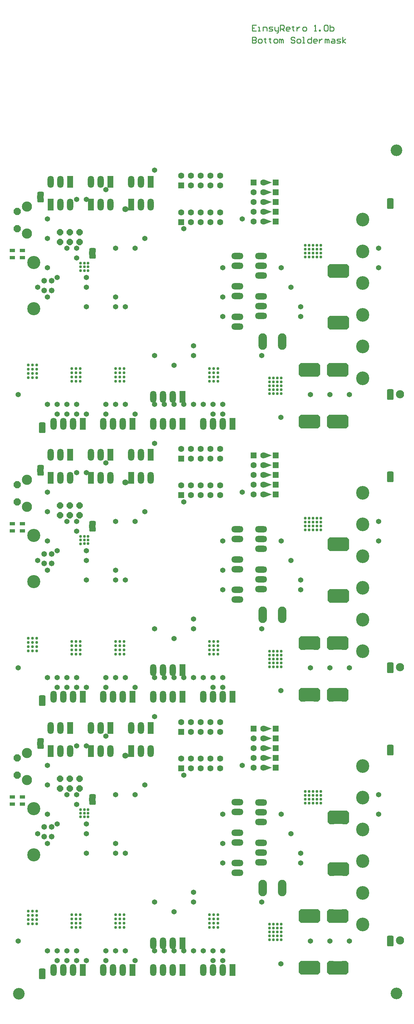
<source format=gbs>
G04 Layer_Color=16711935*
%FSLAX24Y24*%
%MOIN*%
G70*
G01*
G75*
%ADD12C,0.0100*%
%ADD121C,0.0300*%
%ADD137C,0.0840*%
%ADD215C,0.0631*%
G04:AMPARAMS|DCode=218|XSize=118.7mil|YSize=118.7mil|CornerRadius=59.4mil|HoleSize=0mil|Usage=FLASHONLY|Rotation=90.000|XOffset=0mil|YOffset=0mil|HoleType=Round|Shape=RoundedRectangle|*
%AMROUNDEDRECTD218*
21,1,0.1187,0.0000,0,0,90.0*
21,1,0.0000,0.1187,0,0,90.0*
1,1,0.1187,0.0000,0.0000*
1,1,0.1187,0.0000,0.0000*
1,1,0.1187,0.0000,0.0000*
1,1,0.1187,0.0000,0.0000*
%
%ADD218ROUNDEDRECTD218*%
G04:AMPARAMS|DCode=234|XSize=54mil|YSize=54mil|CornerRadius=27mil|HoleSize=0mil|Usage=FLASHONLY|Rotation=270.000|XOffset=0mil|YOffset=0mil|HoleType=Round|Shape=RoundedRectangle|*
%AMROUNDEDRECTD234*
21,1,0.0540,0.0000,0,0,270.0*
21,1,0.0000,0.0540,0,0,270.0*
1,1,0.0540,0.0000,0.0000*
1,1,0.0540,0.0000,0.0000*
1,1,0.0540,0.0000,0.0000*
1,1,0.0540,0.0000,0.0000*
%
%ADD234ROUNDEDRECTD234*%
%ADD268R,0.0640X0.1240*%
%ADD269O,0.0640X0.1240*%
G04:AMPARAMS|DCode=270|XSize=137mil|YSize=87mil|CornerRadius=0mil|HoleSize=0mil|Usage=FLASHONLY|Rotation=270.000|XOffset=0mil|YOffset=0mil|HoleType=Round|Shape=Octagon|*
%AMOCTAGOND270*
4,1,8,-0.0217,-0.0685,0.0217,-0.0685,0.0435,-0.0467,0.0435,0.0467,0.0217,0.0685,-0.0217,0.0685,-0.0435,0.0467,-0.0435,-0.0467,-0.0217,-0.0685,0.0*
%
%ADD270OCTAGOND270*%

%ADD271O,0.1240X0.0640*%
%ADD272P,0.0801X8X292.5*%
%ADD273C,0.1040*%
%ADD274C,0.0580*%
%ADD275C,0.1345*%
%ADD276P,0.0714X8X22.5*%
%ADD277O,0.0865X0.1690*%
%ADD278R,0.0631X0.0631*%
%ADD279C,0.0631*%
%ADD280O,0.1340X0.1400*%
%ADD281R,0.0631X0.0631*%
%ADD282R,0.0704X0.0354*%
G04:AMPARAMS|DCode=283|XSize=50mil|YSize=67mil|CornerRadius=13.5mil|HoleSize=0mil|Usage=FLASHONLY|Rotation=270.000|XOffset=0mil|YOffset=0mil|HoleType=Round|Shape=RoundedRectangle|*
%AMROUNDEDRECTD283*
21,1,0.0500,0.0400,0,0,270.0*
21,1,0.0230,0.0670,0,0,270.0*
1,1,0.0270,-0.0200,-0.0115*
1,1,0.0270,-0.0200,0.0115*
1,1,0.0270,0.0200,0.0115*
1,1,0.0270,0.0200,-0.0115*
%
%ADD283ROUNDEDRECTD283*%
G04:AMPARAMS|DCode=284|XSize=54mil|YSize=54mil|CornerRadius=27mil|HoleSize=0mil|Usage=FLASHONLY|Rotation=0.000|XOffset=0mil|YOffset=0mil|HoleType=Round|Shape=RoundedRectangle|*
%AMROUNDEDRECTD284*
21,1,0.0540,0.0000,0,0,0.0*
21,1,0.0000,0.0540,0,0,0.0*
1,1,0.0540,0.0000,0.0000*
1,1,0.0540,0.0000,0.0000*
1,1,0.0540,0.0000,0.0000*
1,1,0.0540,0.0000,0.0000*
%
%ADD284ROUNDEDRECTD284*%
%ADD285R,0.0532X0.0375*%
G04:AMPARAMS|DCode=286|XSize=62mil|YSize=62mil|CornerRadius=31mil|HoleSize=0mil|Usage=FLASHONLY|Rotation=270.000|XOffset=0mil|YOffset=0mil|HoleType=Round|Shape=RoundedRectangle|*
%AMROUNDEDRECTD286*
21,1,0.0620,0.0000,0,0,270.0*
21,1,0.0000,0.0620,0,0,270.0*
1,1,0.0620,0.0000,0.0000*
1,1,0.0620,0.0000,0.0000*
1,1,0.0620,0.0000,0.0000*
1,1,0.0620,0.0000,0.0000*
%
%ADD286ROUNDEDRECTD286*%
%ADD287R,0.0631X0.0631*%
G36*
X29756Y84441D02*
X28966Y84141D01*
X29086Y84261D01*
Y84621D01*
X28966Y84741D01*
X29756Y84441D01*
D02*
G37*
G36*
Y83441D02*
X28966Y83141D01*
X29086Y83261D01*
Y83621D01*
X28966Y83741D01*
X29756Y83441D01*
D02*
G37*
G36*
Y82441D02*
X28966Y82141D01*
X29086Y82261D01*
Y82621D01*
X28966Y82741D01*
X29756Y82441D01*
D02*
G37*
G36*
Y81441D02*
X28966Y81141D01*
X29086Y81261D01*
Y81621D01*
X28966Y81741D01*
X29756Y81441D01*
D02*
G37*
G36*
Y80441D02*
X28966Y80141D01*
X29086Y80261D01*
Y80621D01*
X28966Y80741D01*
X29756Y80441D01*
D02*
G37*
G36*
X37020Y74670D02*
X36110D01*
Y76060D01*
X37020D01*
Y74670D01*
D02*
G37*
G36*
Y69370D02*
X36110D01*
Y70760D01*
X37020D01*
Y69370D01*
D02*
G37*
G36*
X34069Y64544D02*
X33159D01*
Y65934D01*
X34069D01*
Y64544D01*
D02*
G37*
G36*
X36970Y64540D02*
X36060D01*
Y65930D01*
X36970D01*
Y64540D01*
D02*
G37*
G36*
X34069Y59244D02*
X33159D01*
Y60634D01*
X34069D01*
Y59244D01*
D02*
G37*
G36*
X36970Y59240D02*
X36060D01*
Y60630D01*
X36970D01*
Y59240D01*
D02*
G37*
G36*
X29756Y56449D02*
X28966Y56149D01*
X29086Y56269D01*
Y56629D01*
X28966Y56749D01*
X29756Y56449D01*
D02*
G37*
G36*
Y55449D02*
X28966Y55149D01*
X29086Y55269D01*
Y55629D01*
X28966Y55749D01*
X29756Y55449D01*
D02*
G37*
G36*
Y54449D02*
X28966Y54149D01*
X29086Y54269D01*
Y54629D01*
X28966Y54749D01*
X29756Y54449D01*
D02*
G37*
G36*
Y53449D02*
X28966Y53149D01*
X29086Y53269D01*
Y53629D01*
X28966Y53749D01*
X29756Y53449D01*
D02*
G37*
G36*
Y52449D02*
X28966Y52149D01*
X29086Y52269D01*
Y52629D01*
X28966Y52749D01*
X29756Y52449D01*
D02*
G37*
G36*
X37020Y46678D02*
X36110D01*
Y48068D01*
X37020D01*
Y46678D01*
D02*
G37*
G36*
Y41378D02*
X36110D01*
Y42768D01*
X37020D01*
Y41378D01*
D02*
G37*
G36*
X34069Y36551D02*
X33159D01*
Y37942D01*
X34069D01*
Y36551D01*
D02*
G37*
G36*
X36970Y36548D02*
X36060D01*
Y37938D01*
X36970D01*
Y36548D01*
D02*
G37*
G36*
X34069Y31251D02*
X33159D01*
Y32641D01*
X34069D01*
Y31251D01*
D02*
G37*
G36*
X36970Y31248D02*
X36060D01*
Y32638D01*
X36970D01*
Y31248D01*
D02*
G37*
G36*
X29756Y28456D02*
X28966Y28156D01*
X29086Y28276D01*
Y28636D01*
X28966Y28756D01*
X29756Y28456D01*
D02*
G37*
G36*
Y27456D02*
X28966Y27156D01*
X29086Y27276D01*
Y27636D01*
X28966Y27756D01*
X29756Y27456D01*
D02*
G37*
G36*
Y26456D02*
X28966Y26156D01*
X29086Y26276D01*
Y26636D01*
X28966Y26756D01*
X29756Y26456D01*
D02*
G37*
G36*
Y25456D02*
X28966Y25156D01*
X29086Y25276D01*
Y25636D01*
X28966Y25756D01*
X29756Y25456D01*
D02*
G37*
G36*
Y24456D02*
X28966Y24156D01*
X29086Y24276D01*
Y24636D01*
X28966Y24756D01*
X29756Y24456D01*
D02*
G37*
G36*
X37020Y18685D02*
X36110D01*
Y20075D01*
X37020D01*
Y18685D01*
D02*
G37*
G36*
Y13385D02*
X36110D01*
Y14775D01*
X37020D01*
Y13385D01*
D02*
G37*
G36*
X34069Y8559D02*
X33159D01*
Y9949D01*
X34069D01*
Y8559D01*
D02*
G37*
G36*
X36970Y8555D02*
X36060D01*
Y9945D01*
X36970D01*
Y8555D01*
D02*
G37*
G36*
X34069Y3259D02*
X33159D01*
Y4649D01*
X34069D01*
Y3259D01*
D02*
G37*
G36*
X36970Y3255D02*
X36060D01*
Y4645D01*
X36970D01*
Y3255D01*
D02*
G37*
G54D12*
X28128Y100578D02*
X27728D01*
Y99978D01*
X28128D01*
X27728Y100278D02*
X27928D01*
X28328Y99978D02*
X28528D01*
X28428D01*
Y100378D01*
X28328D01*
X28828Y99978D02*
Y100378D01*
X29128D01*
X29228Y100278D01*
Y99978D01*
X29428D02*
X29728D01*
X29828Y100078D01*
X29728Y100178D01*
X29528D01*
X29428Y100278D01*
X29528Y100378D01*
X29828D01*
X30028D02*
Y100078D01*
X30128Y99978D01*
X30427D01*
Y99878D01*
X30328Y99778D01*
X30228D01*
X30427Y99978D02*
Y100378D01*
X30627Y99978D02*
Y100578D01*
X30927D01*
X31027Y100478D01*
Y100278D01*
X30927Y100178D01*
X30627D01*
X30827D02*
X31027Y99978D01*
X31527D02*
X31327D01*
X31227Y100078D01*
Y100278D01*
X31327Y100378D01*
X31527D01*
X31627Y100278D01*
Y100178D01*
X31227D01*
X31927Y100478D02*
Y100378D01*
X31827D01*
X32027D01*
X31927D01*
Y100078D01*
X32027Y99978D01*
X32327Y100378D02*
Y99978D01*
Y100178D01*
X32427Y100278D01*
X32527Y100378D01*
X32627D01*
X33027Y99978D02*
X33227D01*
X33327Y100078D01*
Y100278D01*
X33227Y100378D01*
X33027D01*
X32927Y100278D01*
Y100078D01*
X33027Y99978D01*
X34126D02*
X34326D01*
X34226D01*
Y100578D01*
X34126Y100478D01*
X34626Y99978D02*
Y100078D01*
X34726D01*
Y99978D01*
X34626D01*
X35126Y100478D02*
X35226Y100578D01*
X35426D01*
X35526Y100478D01*
Y100078D01*
X35426Y99978D01*
X35226D01*
X35126Y100078D01*
Y100478D01*
X35726Y100578D02*
Y99978D01*
X36026D01*
X36126Y100078D01*
Y100178D01*
Y100278D01*
X36026Y100378D01*
X35726D01*
X27728Y99328D02*
Y98728D01*
X28028D01*
X28128Y98828D01*
Y98928D01*
X28028Y99028D01*
X27728D01*
X28028D01*
X28128Y99128D01*
Y99228D01*
X28028Y99328D01*
X27728D01*
X28428Y98728D02*
X28628D01*
X28728Y98828D01*
Y99028D01*
X28628Y99128D01*
X28428D01*
X28328Y99028D01*
Y98828D01*
X28428Y98728D01*
X29028Y99228D02*
Y99128D01*
X28928D01*
X29128D01*
X29028D01*
Y98828D01*
X29128Y98728D01*
X29528Y99228D02*
Y99128D01*
X29428D01*
X29628D01*
X29528D01*
Y98828D01*
X29628Y98728D01*
X30028D02*
X30228D01*
X30328Y98828D01*
Y99028D01*
X30228Y99128D01*
X30028D01*
X29928Y99028D01*
Y98828D01*
X30028Y98728D01*
X30527D02*
Y99128D01*
X30627D01*
X30727Y99028D01*
Y98728D01*
Y99028D01*
X30827Y99128D01*
X30927Y99028D01*
Y98728D01*
X32127Y99228D02*
X32027Y99328D01*
X31827D01*
X31727Y99228D01*
Y99128D01*
X31827Y99028D01*
X32027D01*
X32127Y98928D01*
Y98828D01*
X32027Y98728D01*
X31827D01*
X31727Y98828D01*
X32427Y98728D02*
X32627D01*
X32727Y98828D01*
Y99028D01*
X32627Y99128D01*
X32427D01*
X32327Y99028D01*
Y98828D01*
X32427Y98728D01*
X32927D02*
X33127D01*
X33027D01*
Y99328D01*
X32927D01*
X33826D02*
Y98728D01*
X33526D01*
X33426Y98828D01*
Y99028D01*
X33526Y99128D01*
X33826D01*
X34326Y98728D02*
X34126D01*
X34026Y98828D01*
Y99028D01*
X34126Y99128D01*
X34326D01*
X34426Y99028D01*
Y98928D01*
X34026D01*
X34626Y99128D02*
Y98728D01*
Y98928D01*
X34726Y99028D01*
X34826Y99128D01*
X34926D01*
X35226Y98728D02*
Y99128D01*
X35326D01*
X35426Y99028D01*
Y98728D01*
Y99028D01*
X35526Y99128D01*
X35626Y99028D01*
Y98728D01*
X35926Y99128D02*
X36126D01*
X36226Y99028D01*
Y98728D01*
X35926D01*
X35826Y98828D01*
X35926Y98928D01*
X36226D01*
X36426Y98728D02*
X36725D01*
X36825Y98828D01*
X36725Y98928D01*
X36525D01*
X36426Y99028D01*
X36525Y99128D01*
X36825D01*
X37025Y98728D02*
Y99328D01*
Y98928D02*
X37325Y99128D01*
X37025Y98928D02*
X37325Y98728D01*
G54D121*
X23356Y9390D02*
D03*
X24222Y8090D02*
D03*
X23789D02*
D03*
X23356D02*
D03*
X24222Y8523D02*
D03*
X23789D02*
D03*
X23356D02*
D03*
X24222Y8956D02*
D03*
X23789D02*
D03*
X23356D02*
D03*
X24222Y9390D02*
D03*
X23789D02*
D03*
X14149D02*
D03*
X14582D02*
D03*
X13716Y8956D02*
D03*
X14149D02*
D03*
X14582D02*
D03*
X13716Y8523D02*
D03*
X14149D02*
D03*
X14582D02*
D03*
X13716Y8090D02*
D03*
X14149D02*
D03*
X14582D02*
D03*
X13716Y9390D02*
D03*
X9216D02*
D03*
X10082Y8090D02*
D03*
X9649D02*
D03*
X9216D02*
D03*
X10082Y8523D02*
D03*
X9649D02*
D03*
X9216D02*
D03*
X10082Y8956D02*
D03*
X9649D02*
D03*
X9216D02*
D03*
X10082Y9390D02*
D03*
X9649D02*
D03*
X5176Y9750D02*
D03*
X5609D02*
D03*
X4743Y9316D02*
D03*
X5176D02*
D03*
X5609D02*
D03*
X4743Y8883D02*
D03*
X5176D02*
D03*
X5609D02*
D03*
X4743Y8450D02*
D03*
X5176D02*
D03*
X5609D02*
D03*
X4743Y9750D02*
D03*
X30707Y8016D02*
D03*
Y8416D02*
D03*
X30307D02*
D03*
Y8016D02*
D03*
X29907D02*
D03*
Y8416D02*
D03*
X29507D02*
D03*
Y8016D02*
D03*
Y7216D02*
D03*
Y6816D02*
D03*
X29907D02*
D03*
Y7216D02*
D03*
X30307D02*
D03*
Y6816D02*
D03*
X30707D02*
D03*
Y7216D02*
D03*
Y7616D02*
D03*
X30307D02*
D03*
X29507D02*
D03*
X29907D02*
D03*
X33961Y21627D02*
D03*
Y22027D02*
D03*
Y21227D02*
D03*
Y20827D02*
D03*
X33561D02*
D03*
X33161D02*
D03*
Y21227D02*
D03*
X33561D02*
D03*
Y21627D02*
D03*
X33161D02*
D03*
Y22027D02*
D03*
X33561D02*
D03*
X34361D02*
D03*
X34761D02*
D03*
Y21627D02*
D03*
X34361D02*
D03*
Y21227D02*
D03*
X34761D02*
D03*
Y20827D02*
D03*
X34361D02*
D03*
X10873Y20173D02*
D03*
Y19799D02*
D03*
Y19425D02*
D03*
X10499D02*
D03*
X10125Y19416D02*
D03*
X10127Y19799D02*
D03*
X10123Y20177D02*
D03*
X10499Y20173D02*
D03*
Y19799D02*
D03*
X23356Y37382D02*
D03*
X24222Y36082D02*
D03*
X23789D02*
D03*
X23356D02*
D03*
X24222Y36516D02*
D03*
X23789D02*
D03*
X23356D02*
D03*
X24222Y36949D02*
D03*
X23789D02*
D03*
X23356D02*
D03*
X24222Y37382D02*
D03*
X23789D02*
D03*
X14149D02*
D03*
X14582D02*
D03*
X13716Y36949D02*
D03*
X14149D02*
D03*
X14582D02*
D03*
X13716Y36516D02*
D03*
X14149D02*
D03*
X14582D02*
D03*
X13716Y36082D02*
D03*
X14149D02*
D03*
X14582D02*
D03*
X13716Y37382D02*
D03*
X9216D02*
D03*
X10082Y36082D02*
D03*
X9649D02*
D03*
X9216D02*
D03*
X10082Y36516D02*
D03*
X9649D02*
D03*
X9216D02*
D03*
X10082Y36949D02*
D03*
X9649D02*
D03*
X9216D02*
D03*
X10082Y37382D02*
D03*
X9649D02*
D03*
X5176Y37742D02*
D03*
X5609D02*
D03*
X4743Y37309D02*
D03*
X5176D02*
D03*
X5609D02*
D03*
X4743Y36876D02*
D03*
X5176D02*
D03*
X5609D02*
D03*
X4743Y36442D02*
D03*
X5176D02*
D03*
X5609D02*
D03*
X4743Y37742D02*
D03*
X30707Y36008D02*
D03*
Y36408D02*
D03*
X30307D02*
D03*
Y36008D02*
D03*
X29907D02*
D03*
Y36408D02*
D03*
X29507D02*
D03*
Y36008D02*
D03*
Y35208D02*
D03*
Y34808D02*
D03*
X29907D02*
D03*
Y35208D02*
D03*
X30307D02*
D03*
Y34808D02*
D03*
X30707D02*
D03*
Y35208D02*
D03*
Y35608D02*
D03*
X30307D02*
D03*
X29507D02*
D03*
X29907D02*
D03*
X33961Y49619D02*
D03*
Y50019D02*
D03*
Y49219D02*
D03*
Y48819D02*
D03*
X33561D02*
D03*
X33161D02*
D03*
Y49219D02*
D03*
X33561D02*
D03*
Y49619D02*
D03*
X33161D02*
D03*
Y50019D02*
D03*
X33561D02*
D03*
X34361D02*
D03*
X34761D02*
D03*
Y49619D02*
D03*
X34361D02*
D03*
Y49219D02*
D03*
X34761D02*
D03*
Y48819D02*
D03*
X34361D02*
D03*
X10873Y48166D02*
D03*
Y47792D02*
D03*
Y47417D02*
D03*
X10499D02*
D03*
X10125Y47408D02*
D03*
X10127Y47792D02*
D03*
X10123Y48169D02*
D03*
X10499Y48166D02*
D03*
Y47792D02*
D03*
X23356Y65374D02*
D03*
X24222Y64075D02*
D03*
X23789D02*
D03*
X23356D02*
D03*
X24222Y64508D02*
D03*
X23789D02*
D03*
X23356D02*
D03*
X24222Y64941D02*
D03*
X23789D02*
D03*
X23356D02*
D03*
X24222Y65374D02*
D03*
X23789D02*
D03*
X14149D02*
D03*
X14582D02*
D03*
X13716Y64941D02*
D03*
X14149D02*
D03*
X14582D02*
D03*
X13716Y64508D02*
D03*
X14149D02*
D03*
X14582D02*
D03*
X13716Y64075D02*
D03*
X14149D02*
D03*
X14582D02*
D03*
X13716Y65374D02*
D03*
X9216D02*
D03*
X10082Y64075D02*
D03*
X9649D02*
D03*
X9216D02*
D03*
X10082Y64508D02*
D03*
X9649D02*
D03*
X9216D02*
D03*
X10082Y64941D02*
D03*
X9649D02*
D03*
X9216D02*
D03*
X10082Y65374D02*
D03*
X9649D02*
D03*
X5176Y65734D02*
D03*
X5609D02*
D03*
X4743Y65301D02*
D03*
X5176D02*
D03*
X5609D02*
D03*
X4743Y64868D02*
D03*
X5176D02*
D03*
X5609D02*
D03*
X4743Y64435D02*
D03*
X5176D02*
D03*
X5609D02*
D03*
X4743Y65734D02*
D03*
X30707Y64000D02*
D03*
Y64400D02*
D03*
X30307D02*
D03*
Y64000D02*
D03*
X29907D02*
D03*
Y64400D02*
D03*
X29507D02*
D03*
Y64000D02*
D03*
Y63200D02*
D03*
Y62800D02*
D03*
X29907D02*
D03*
Y63200D02*
D03*
X30307D02*
D03*
Y62800D02*
D03*
X30707D02*
D03*
Y63200D02*
D03*
Y63600D02*
D03*
X30307D02*
D03*
X29507D02*
D03*
X29907D02*
D03*
X33961Y77611D02*
D03*
Y78011D02*
D03*
Y77211D02*
D03*
Y76811D02*
D03*
X33561D02*
D03*
X33161D02*
D03*
Y77211D02*
D03*
X33561D02*
D03*
Y77611D02*
D03*
X33161D02*
D03*
Y78011D02*
D03*
X33561D02*
D03*
X34361D02*
D03*
X34761D02*
D03*
Y77611D02*
D03*
X34361D02*
D03*
Y77211D02*
D03*
X34761D02*
D03*
Y76811D02*
D03*
X34361D02*
D03*
X10873Y76158D02*
D03*
Y75784D02*
D03*
Y75410D02*
D03*
X10499D02*
D03*
X10125Y75400D02*
D03*
X10127Y75784D02*
D03*
X10123Y76161D02*
D03*
X10499Y76158D02*
D03*
Y75784D02*
D03*
G54D137*
X42906Y6754D02*
D03*
Y34747D02*
D03*
Y62739D02*
D03*
G54D215*
X28866Y28456D02*
D03*
Y27456D02*
D03*
Y26456D02*
D03*
Y25456D02*
D03*
Y24456D02*
D03*
Y56449D02*
D03*
Y55449D02*
D03*
Y54449D02*
D03*
Y53449D02*
D03*
Y52449D02*
D03*
Y84441D02*
D03*
Y83441D02*
D03*
Y82441D02*
D03*
Y81441D02*
D03*
Y80441D02*
D03*
G54D218*
X3789Y1289D02*
D03*
X42528Y1328D02*
D03*
Y87726D02*
D03*
G54D234*
X21699Y11699D02*
D03*
X10699Y26699D02*
D03*
X16699Y22699D02*
D03*
X6699Y19699D02*
D03*
X7699Y18699D02*
D03*
X21699Y10699D02*
D03*
X19699Y9699D02*
D03*
X17699Y10699D02*
D03*
X8699Y5699D02*
D03*
X6699D02*
D03*
X7699D02*
D03*
X26699Y24699D02*
D03*
X24699Y14699D02*
D03*
X30669Y4379D02*
D03*
X3699Y6699D02*
D03*
X14699Y5699D02*
D03*
X12699D02*
D03*
X13699D02*
D03*
X9699D02*
D03*
X20699D02*
D03*
X18699D02*
D03*
X19699D02*
D03*
X17699D02*
D03*
X24699D02*
D03*
X22699D02*
D03*
X23699D02*
D03*
X21699D02*
D03*
X30699Y19699D02*
D03*
X31699Y17699D02*
D03*
X32699Y14699D02*
D03*
X24699Y4699D02*
D03*
X23699D02*
D03*
X15699D02*
D03*
X12699D02*
D03*
X10699D02*
D03*
X9699D02*
D03*
X8699D02*
D03*
X7699D02*
D03*
X6699Y24699D02*
D03*
X21699Y39692D02*
D03*
X10699Y54692D02*
D03*
X16699Y50691D02*
D03*
X6699Y47691D02*
D03*
X7699Y46691D02*
D03*
X21699Y38691D02*
D03*
X19699Y37692D02*
D03*
X17699Y38691D02*
D03*
X8699Y33691D02*
D03*
X6699D02*
D03*
X7699D02*
D03*
X26699Y52691D02*
D03*
X24699Y42691D02*
D03*
X30669Y32371D02*
D03*
X3699Y34692D02*
D03*
X14699Y33691D02*
D03*
X12699D02*
D03*
X13699D02*
D03*
X9699D02*
D03*
X20699D02*
D03*
X18699D02*
D03*
X19699D02*
D03*
X17699D02*
D03*
X24699D02*
D03*
X22699D02*
D03*
X23699D02*
D03*
X21699D02*
D03*
X30699Y47691D02*
D03*
X31699Y45691D02*
D03*
X32699Y42691D02*
D03*
X24699Y32692D02*
D03*
X23699D02*
D03*
X15699D02*
D03*
X12699D02*
D03*
X10699D02*
D03*
X9699D02*
D03*
X8699D02*
D03*
X7699D02*
D03*
X6699Y52691D02*
D03*
X21699Y67684D02*
D03*
X10699Y82684D02*
D03*
X16699Y78684D02*
D03*
X6699Y75684D02*
D03*
X7699Y74684D02*
D03*
X21699Y66684D02*
D03*
X19699Y65684D02*
D03*
X17699Y66684D02*
D03*
X8699Y61684D02*
D03*
X6699D02*
D03*
X7699D02*
D03*
X26699Y80684D02*
D03*
X24699Y70684D02*
D03*
X30669Y60364D02*
D03*
X3699Y62684D02*
D03*
X14699Y61684D02*
D03*
X12699D02*
D03*
X13699D02*
D03*
X9699D02*
D03*
X20699D02*
D03*
X18699D02*
D03*
X19699D02*
D03*
X17699D02*
D03*
X24699D02*
D03*
X22699D02*
D03*
X23699D02*
D03*
X21699D02*
D03*
X30699Y75684D02*
D03*
X31699Y73684D02*
D03*
X32699Y70684D02*
D03*
X24699Y60684D02*
D03*
X23699D02*
D03*
X15699D02*
D03*
X12699D02*
D03*
X10699D02*
D03*
X9699D02*
D03*
X8699D02*
D03*
X7699D02*
D03*
X6699Y80684D02*
D03*
G54D268*
X15321Y26164D02*
D03*
X25700Y3726D02*
D03*
X20578Y3722D02*
D03*
Y6478D02*
D03*
X15460Y3722D02*
D03*
X10342D02*
D03*
X17321Y28526D02*
D03*
X9054D02*
D03*
X13188D02*
D03*
X7054Y26164D02*
D03*
X11188D02*
D03*
X15321Y54156D02*
D03*
X25700Y31718D02*
D03*
X20578Y31714D02*
D03*
Y34470D02*
D03*
X15460Y31714D02*
D03*
X10342D02*
D03*
X17321Y56518D02*
D03*
X9054D02*
D03*
X13188D02*
D03*
X7054Y54156D02*
D03*
X11188D02*
D03*
X15321Y82148D02*
D03*
X25700Y59710D02*
D03*
X20578Y59706D02*
D03*
Y62462D02*
D03*
X15460Y59706D02*
D03*
X10342D02*
D03*
X17321Y84510D02*
D03*
X9054D02*
D03*
X13188D02*
D03*
X7054Y82148D02*
D03*
X11188D02*
D03*
G54D269*
X16321Y26164D02*
D03*
X17321D02*
D03*
X24700Y3726D02*
D03*
X23700D02*
D03*
X22700D02*
D03*
X17578Y3722D02*
D03*
X18578D02*
D03*
X19578D02*
D03*
Y6478D02*
D03*
X18578D02*
D03*
X17578D02*
D03*
X12460Y3722D02*
D03*
X13460D02*
D03*
X14460D02*
D03*
X9342D02*
D03*
X8342D02*
D03*
X7342D02*
D03*
X16321Y28526D02*
D03*
X15321D02*
D03*
X8054D02*
D03*
X7054D02*
D03*
X12188D02*
D03*
X11188D02*
D03*
X8054Y26164D02*
D03*
X9054D02*
D03*
X12188D02*
D03*
X13188D02*
D03*
X16321Y54156D02*
D03*
X17321D02*
D03*
X24700Y31718D02*
D03*
X23700D02*
D03*
X22700D02*
D03*
X17578Y31714D02*
D03*
X18578D02*
D03*
X19578D02*
D03*
Y34470D02*
D03*
X18578D02*
D03*
X17578D02*
D03*
X12460Y31714D02*
D03*
X13460D02*
D03*
X14460D02*
D03*
X9342D02*
D03*
X8342D02*
D03*
X7342D02*
D03*
X16321Y56518D02*
D03*
X15321D02*
D03*
X8054D02*
D03*
X7054D02*
D03*
X12188D02*
D03*
X11188D02*
D03*
X8054Y54156D02*
D03*
X9054D02*
D03*
X12188D02*
D03*
X13188D02*
D03*
X16321Y82148D02*
D03*
X17321D02*
D03*
X24700Y59710D02*
D03*
X23700D02*
D03*
X22700D02*
D03*
X17578Y59706D02*
D03*
X18578D02*
D03*
X19578D02*
D03*
Y62462D02*
D03*
X18578D02*
D03*
X17578D02*
D03*
X12460Y59706D02*
D03*
X13460D02*
D03*
X14460D02*
D03*
X9342D02*
D03*
X8342D02*
D03*
X7342D02*
D03*
X16321Y84510D02*
D03*
X15321D02*
D03*
X8054D02*
D03*
X7054D02*
D03*
X12188D02*
D03*
X11188D02*
D03*
X8054Y82148D02*
D03*
X9054D02*
D03*
X12188D02*
D03*
X13188D02*
D03*
G54D270*
X37189Y3949D02*
D03*
X35849D02*
D03*
Y9249D02*
D03*
X37189D02*
D03*
X35899Y14079D02*
D03*
X37239D02*
D03*
Y19379D02*
D03*
X35899D02*
D03*
X34289Y3953D02*
D03*
X32949D02*
D03*
Y9253D02*
D03*
X34289D02*
D03*
X37189Y31941D02*
D03*
X35849D02*
D03*
Y37241D02*
D03*
X37189D02*
D03*
X35899Y42071D02*
D03*
X37239D02*
D03*
Y47372D02*
D03*
X35899D02*
D03*
X34289Y31945D02*
D03*
X32949D02*
D03*
Y37245D02*
D03*
X34289D02*
D03*
X37189Y59934D02*
D03*
X35849D02*
D03*
Y65234D02*
D03*
X37189D02*
D03*
X35899Y70064D02*
D03*
X37239D02*
D03*
Y75364D02*
D03*
X35899D02*
D03*
X34289Y59938D02*
D03*
X32949D02*
D03*
Y65238D02*
D03*
X34289D02*
D03*
G54D271*
X26203Y17806D02*
D03*
Y16806D02*
D03*
Y14695D02*
D03*
Y13695D02*
D03*
Y20916D02*
D03*
Y19916D02*
D03*
X28639Y18909D02*
D03*
Y19909D02*
D03*
Y20909D02*
D03*
X28629Y14769D02*
D03*
Y15769D02*
D03*
Y16769D02*
D03*
X26203Y45798D02*
D03*
Y44798D02*
D03*
Y42688D02*
D03*
Y41688D02*
D03*
Y48908D02*
D03*
Y47908D02*
D03*
X28639Y46901D02*
D03*
Y47902D02*
D03*
Y48902D02*
D03*
X28629Y42762D02*
D03*
Y43762D02*
D03*
Y44762D02*
D03*
X26203Y73790D02*
D03*
Y72790D02*
D03*
Y70680D02*
D03*
Y69680D02*
D03*
Y76900D02*
D03*
Y75900D02*
D03*
X28639Y74894D02*
D03*
Y75894D02*
D03*
Y76894D02*
D03*
X28629Y70754D02*
D03*
Y71754D02*
D03*
Y72754D02*
D03*
G54D272*
X3627Y25479D02*
D03*
Y23699D02*
D03*
Y53471D02*
D03*
Y51691D02*
D03*
Y81463D02*
D03*
Y79683D02*
D03*
G54D273*
X4607Y25969D02*
D03*
Y23209D02*
D03*
Y53961D02*
D03*
Y51201D02*
D03*
Y81953D02*
D03*
Y79193D02*
D03*
G54D274*
X7158Y17396D02*
D03*
Y18388D02*
D03*
X6368D02*
D03*
Y17396D02*
D03*
X7158Y45388D02*
D03*
Y46380D02*
D03*
X6368D02*
D03*
Y45388D02*
D03*
X7158Y73380D02*
D03*
Y74373D02*
D03*
X6368D02*
D03*
Y73380D02*
D03*
G54D275*
X5298Y20258D02*
D03*
Y15526D02*
D03*
Y48251D02*
D03*
Y43518D02*
D03*
Y76243D02*
D03*
Y71510D02*
D03*
G54D276*
X8025Y22345D02*
D03*
Y23345D02*
D03*
X9025Y22345D02*
D03*
Y23345D02*
D03*
X10025Y22345D02*
D03*
Y23345D02*
D03*
X8025Y50337D02*
D03*
Y51337D02*
D03*
X9025Y50337D02*
D03*
Y51337D02*
D03*
X10025Y50337D02*
D03*
Y51337D02*
D03*
X8025Y78329D02*
D03*
Y79329D02*
D03*
X9025Y78329D02*
D03*
Y79329D02*
D03*
X10025Y78329D02*
D03*
Y79329D02*
D03*
G54D277*
X28809Y12129D02*
D03*
X30809D02*
D03*
X28809Y40121D02*
D03*
X30809D02*
D03*
X28809Y68114D02*
D03*
X30809D02*
D03*
G54D278*
X20439Y28139D02*
D03*
Y24389D02*
D03*
Y56132D02*
D03*
Y52382D02*
D03*
Y84124D02*
D03*
Y80374D02*
D03*
G54D279*
Y29139D02*
D03*
X21439Y28139D02*
D03*
Y29139D02*
D03*
X22439Y28139D02*
D03*
Y29139D02*
D03*
X23439Y28139D02*
D03*
Y29139D02*
D03*
X24439Y28139D02*
D03*
Y29139D02*
D03*
X20439Y25389D02*
D03*
X21439Y24389D02*
D03*
Y25389D02*
D03*
X22439Y24389D02*
D03*
Y25389D02*
D03*
X23439Y24389D02*
D03*
Y25389D02*
D03*
X24439Y24389D02*
D03*
Y25389D02*
D03*
X27866Y24456D02*
D03*
Y25456D02*
D03*
Y26456D02*
D03*
Y27456D02*
D03*
X20439Y57132D02*
D03*
X21439Y56132D02*
D03*
Y57132D02*
D03*
X22439Y56132D02*
D03*
Y57132D02*
D03*
X23439Y56132D02*
D03*
Y57132D02*
D03*
X24439Y56132D02*
D03*
Y57132D02*
D03*
X20439Y53382D02*
D03*
X21439Y52382D02*
D03*
Y53382D02*
D03*
X22439Y52382D02*
D03*
Y53382D02*
D03*
X23439Y52382D02*
D03*
Y53382D02*
D03*
X24439Y52382D02*
D03*
Y53382D02*
D03*
X27866Y52449D02*
D03*
Y53449D02*
D03*
Y54449D02*
D03*
Y55449D02*
D03*
X20439Y85124D02*
D03*
X21439Y84124D02*
D03*
Y85124D02*
D03*
X22439Y84124D02*
D03*
Y85124D02*
D03*
X23439Y84124D02*
D03*
Y85124D02*
D03*
X24439Y84124D02*
D03*
Y85124D02*
D03*
X20439Y81374D02*
D03*
X21439Y80374D02*
D03*
Y81374D02*
D03*
X22439Y80374D02*
D03*
Y81374D02*
D03*
X23439Y80374D02*
D03*
Y81374D02*
D03*
X24439Y80374D02*
D03*
Y81374D02*
D03*
X27866Y80441D02*
D03*
Y81441D02*
D03*
Y82441D02*
D03*
Y83441D02*
D03*
G54D280*
X39069Y8394D02*
D03*
Y11644D02*
D03*
Y14894D02*
D03*
Y18144D02*
D03*
Y21394D02*
D03*
Y24644D02*
D03*
Y36386D02*
D03*
Y39636D02*
D03*
Y42887D02*
D03*
Y46136D02*
D03*
Y49387D02*
D03*
Y52636D02*
D03*
Y64379D02*
D03*
Y67629D02*
D03*
Y70879D02*
D03*
Y74129D02*
D03*
Y77379D02*
D03*
Y80629D02*
D03*
G54D281*
X27866Y28456D02*
D03*
Y56449D02*
D03*
Y84441D02*
D03*
G54D282*
X5994Y26942D02*
D03*
X6174Y3332D02*
D03*
X41914Y26282D02*
D03*
X11323Y21203D02*
D03*
X41917Y6700D02*
D03*
X5994Y54934D02*
D03*
X6174Y31324D02*
D03*
X41914Y54274D02*
D03*
X11323Y49195D02*
D03*
X41917Y34692D02*
D03*
X5994Y82926D02*
D03*
X6174Y59316D02*
D03*
X41914Y82266D02*
D03*
X11323Y77188D02*
D03*
X41917Y62684D02*
D03*
G54D283*
X6002Y26632D02*
D03*
Y27232D02*
D03*
X6182Y3022D02*
D03*
Y3622D02*
D03*
X41922Y25972D02*
D03*
Y26572D02*
D03*
X11331Y21493D02*
D03*
Y20893D02*
D03*
X41909Y7009D02*
D03*
Y6409D02*
D03*
X6002Y54624D02*
D03*
Y55224D02*
D03*
X6182Y31014D02*
D03*
Y31614D02*
D03*
X41922Y53964D02*
D03*
Y54564D02*
D03*
X11331Y49486D02*
D03*
Y48886D02*
D03*
X41909Y35001D02*
D03*
Y34402D02*
D03*
X6002Y82616D02*
D03*
Y83216D02*
D03*
X6182Y59006D02*
D03*
Y59606D02*
D03*
X41922Y81956D02*
D03*
Y82556D02*
D03*
X11331Y77478D02*
D03*
Y76878D02*
D03*
X41909Y62994D02*
D03*
Y62394D02*
D03*
G54D284*
X13699Y15699D02*
D03*
X14699D02*
D03*
X13699Y16699D02*
D03*
X10699Y18699D02*
D03*
Y17699D02*
D03*
Y15699D02*
D03*
X40699Y21699D02*
D03*
X28699Y10699D02*
D03*
X40699Y19699D02*
D03*
X32699Y15699D02*
D03*
X24699Y16699D02*
D03*
Y19699D02*
D03*
X13699Y21699D02*
D03*
X20699Y23699D02*
D03*
X15699Y21699D02*
D03*
X9699Y26699D02*
D03*
X12699Y27699D02*
D03*
X9699Y20699D02*
D03*
X8699Y21699D02*
D03*
X6699Y22699D02*
D03*
X9699Y21699D02*
D03*
X6699Y16699D02*
D03*
X5699Y17699D02*
D03*
X17699Y29699D02*
D03*
X33699Y6699D02*
D03*
X35699D02*
D03*
X37699D02*
D03*
X13699Y43692D02*
D03*
X14699D02*
D03*
X13699Y44692D02*
D03*
X10699Y46691D02*
D03*
Y45691D02*
D03*
Y43692D02*
D03*
X40699Y49692D02*
D03*
X28699Y38691D02*
D03*
X40699Y47691D02*
D03*
X32699Y43692D02*
D03*
X24699Y44692D02*
D03*
Y47691D02*
D03*
X13699Y49692D02*
D03*
X20699Y51691D02*
D03*
X15699Y49692D02*
D03*
X9699Y54692D02*
D03*
X12699Y55691D02*
D03*
X9699Y48692D02*
D03*
X8699Y49692D02*
D03*
X6699Y50691D02*
D03*
X9699Y49692D02*
D03*
X6699Y44692D02*
D03*
X5699Y45691D02*
D03*
X17699Y57691D02*
D03*
X33699Y34692D02*
D03*
X35699D02*
D03*
X37699D02*
D03*
X13699Y71684D02*
D03*
X14699D02*
D03*
X13699Y72684D02*
D03*
X10699Y74684D02*
D03*
Y73684D02*
D03*
Y71684D02*
D03*
X40699Y77684D02*
D03*
X28699Y66684D02*
D03*
X40699Y75684D02*
D03*
X32699Y71684D02*
D03*
X24699Y72684D02*
D03*
Y75684D02*
D03*
X13699Y77684D02*
D03*
X20699Y79684D02*
D03*
X15699Y77684D02*
D03*
X9699Y82684D02*
D03*
X12699Y83684D02*
D03*
X9699Y76684D02*
D03*
X8699Y77684D02*
D03*
X6699Y78684D02*
D03*
X9699Y77684D02*
D03*
X6699Y72684D02*
D03*
X5699Y73684D02*
D03*
X17699Y85684D02*
D03*
X33699Y62684D02*
D03*
X35699D02*
D03*
X37699D02*
D03*
G54D285*
X4142Y20738D02*
D03*
Y21466D02*
D03*
X3122Y20738D02*
D03*
Y21466D02*
D03*
X4142Y48730D02*
D03*
Y49458D02*
D03*
X3122Y48730D02*
D03*
Y49458D02*
D03*
X4142Y76722D02*
D03*
Y77450D02*
D03*
X3122Y76722D02*
D03*
Y77450D02*
D03*
G54D286*
X14699Y25699D02*
D03*
Y53692D02*
D03*
Y81684D02*
D03*
G54D287*
X30146Y28456D02*
D03*
Y27456D02*
D03*
Y26456D02*
D03*
Y25456D02*
D03*
Y24456D02*
D03*
Y56449D02*
D03*
Y55449D02*
D03*
Y54449D02*
D03*
Y53449D02*
D03*
Y52449D02*
D03*
Y84441D02*
D03*
Y83441D02*
D03*
Y82441D02*
D03*
Y81441D02*
D03*
Y80441D02*
D03*
M02*

</source>
